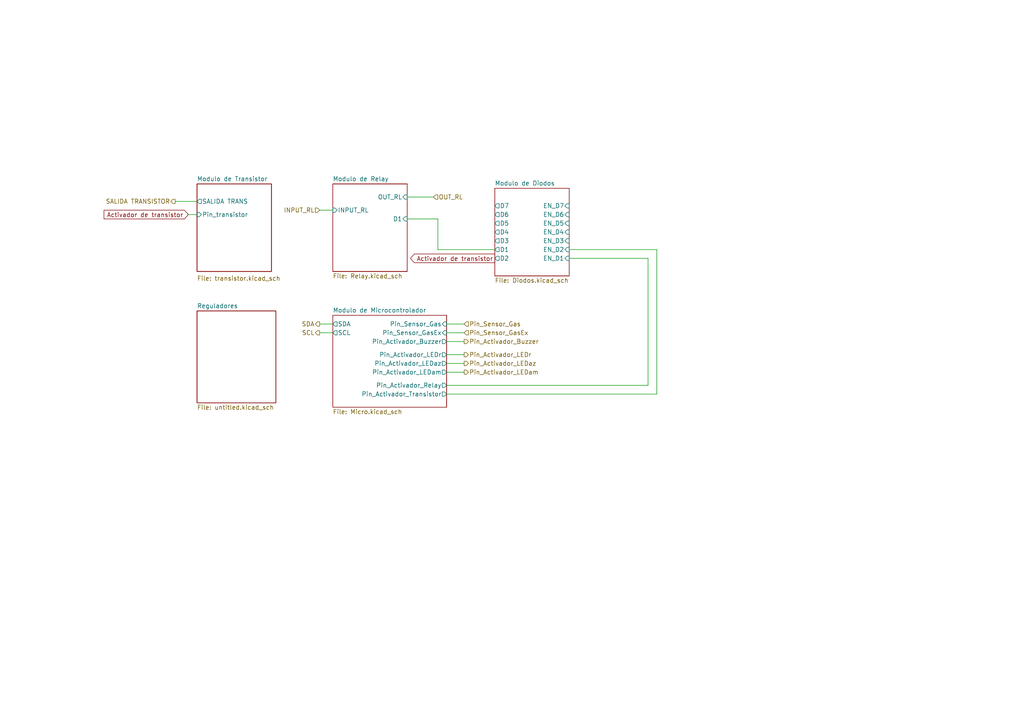
<source format=kicad_sch>
(kicad_sch (version 20230121) (generator eeschema)
  (paper "A4")
  (lib_symbols)
  (wire (pts (xy 129.54 93.98) (xy 134.62 93.98)))
  (wire (pts (xy 50.8 58.42) (xy 57.15 58.42)))
  (wire (pts (xy 190.5 72.39) (xy 165.1 72.39)))
  (wire (pts (xy 129.54 96.52) (xy 134.62 96.52)))
  (wire (pts (xy 187.96 111.76) (xy 187.96 74.93)))
  (wire (pts (xy 129.54 107.95) (xy 134.62 107.95)))
  (wire (pts (xy 92.71 93.98) (xy 96.52 93.98)))
  (wire (pts (xy 129.54 105.41) (xy 134.62 105.41)))
  (wire (pts (xy 129.54 114.3) (xy 190.5 114.3)))
  (wire (pts (xy 54.61 62.23) (xy 57.15 62.23)))
  (wire (pts (xy 127 63.5) (xy 127 72.39)))
  (wire (pts (xy 129.54 102.87) (xy 134.62 102.87)))
  (wire (pts (xy 92.71 60.96) (xy 96.52 60.96)))
  (wire (pts (xy 129.54 111.76) (xy 187.96 111.76)))
  (wire (pts (xy 190.5 72.39) (xy 190.5 114.3)))
  (wire (pts (xy 127 72.39) (xy 143.51 72.39)))
  (wire (pts (xy 127 63.5) (xy 118.11 63.5)))
  (wire (pts (xy 92.71 96.52) (xy 96.52 96.52)))
  (wire (pts (xy 129.54 99.06) (xy 134.62 99.06)))
  (wire (pts (xy 187.96 74.93) (xy 165.1 74.93)))
  (wire (pts (xy 118.11 57.15) (xy 125.73 57.15)))
  (global_label "Activador de transistor" (shape output) (at 143.51 74.93 180) (property "Intersheetrefs" "${INTERSHEET_REFS}" (effects hide)))
  (global_label "Activador de transistor" (shape input) (at 54.61 62.23 180) (property "Intersheetrefs" "${INTERSHEET_REFS}" (effects hide)))
  (hierarchical_label "Pin_Sensor_GasEx" (shape input) (at 134.62 96.52 0))
  (hierarchical_label "Pin_Activador_Buzzer" (shape output) (at 134.62 99.06 0))
  (hierarchical_label "Pin_Activador_LEDaz" (shape output) (at 134.62 105.41 0))
  (hierarchical_label "SALIDA TRANSISTOR" (shape output) (at 50.8 58.42 180))
  (hierarchical_label "INPUT_RL" (shape input) (at 92.71 60.96 180))
  (hierarchical_label "SCL" (shape output) (at 92.71 96.52 180))
  (hierarchical_label "Pin_Sensor_Gas" (shape input) (at 134.62 93.98 0))
  (hierarchical_label "Pin_Activador_LEDr" (shape output) (at 134.62 102.87 0))
  (hierarchical_label "SDA" (shape output) (at 92.71 93.98 180))
  (hierarchical_label "Pin_Activador_LEDam" (shape output) (at 134.62 107.95 0))
  (hierarchical_label "OUT_RL" (shape input) (at 125.73 57.15 0))
  (sheet (at 96.52 53.34) (size 21.59 25.4) (stroke (width 0.1524))
    (property "Sheetname" "Modulo de Relay" (at 96.52 52.6284 0) (effects (justify left bottom)))
    (property "Sheetfile" "Relay.kicad_sch" (at 96.52 79.3246 0) (effects (justify left top)))
    (pin "OUT_RL" input (at 118.11 57.15 0))
    (pin "D1" input (at 118.11 63.5 0))
    (pin "INPUT_RL" input (at 96.52 60.96 180))
  )
  (sheet (at 96.52 91.44) (size 33.02 26.67) (stroke (width 0.1524))
    (property "Sheetname" "Modulo de Microcontrolador" (at 96.52 90.7284 0) (effects (justify left bottom)))
    (property "Sheetfile" "Micro.kicad_sch" (at 96.52 118.6946 0) (effects (justify left top)))
    (pin "Pin_Sensor_Gas" input (at 129.54 93.98 0))
    (pin "Pin_Activador_Buzzer" output (at 129.54 99.06 0))
    (pin "Pin_Activador_LEDr" output (at 129.54 102.87 0))
    (pin "Pin_Activador_Transistor" output (at 129.54 114.3 0))
    (pin "Pin_Activador_Relay" output (at 129.54 111.76 0))
    (pin "Pin_Sensor_GasEx" input (at 129.54 96.52 0))
    (pin "Pin_Activador_LEDaz" output (at 129.54 105.41 0))
    (pin "Pin_Activador_LEDam" output (at 129.54 107.95 0))
    (pin "SDA" output (at 96.52 93.98 180))
    (pin "SCL" output (at 96.52 96.52 180))
  )
  (sheet (at 57.15 53.34) (size 21.59 25.4) (stroke (width 0.1524))
    (property "Sheetname" "Modulo de Transistor" (at 57.15 52.6284 0) (effects (justify left bottom)))
    (property "Sheetfile" "transistor.kicad_sch" (at 57.15 80.01 0) (effects (justify left top)))
    (pin "SALIDA TRANS" output (at 57.15 58.42 180))
    (pin "Pin_transistor" input (at 57.15 62.23 180))
  )
  (sheet (at 143.51 54.61) (size 21.59 25.4) (stroke (width 0.1524))
    (property "Sheetname" "Modulo de Diodos" (at 143.51 53.8984 0) (effects (justify left bottom)))
    (property "Sheetfile" "Diodos.kicad_sch" (at 143.51 80.5946 0) (effects (justify left top)))
    (pin "D6" output (at 143.51 62.23 180))
    (pin "D7" output (at 143.51 59.69 180))
    (pin "D5" output (at 143.51 64.77 180))
    (pin "D4" output (at 143.51 67.31 180))
    (pin "D3" output (at 143.51 69.85 180))
    (pin "D1" output (at 143.51 72.39 180))
    (pin "D2" output (at 143.51 74.93 180))
    (pin "EN_D6" input (at 165.1 62.23 0))
    (pin "EN_D7" input (at 165.1 59.69 0))
    (pin "EN_D2" input (at 165.1 72.39 0))
    (pin "EN_D1" input (at 165.1 74.93 0))
    (pin "EN_D3" input (at 165.1 69.85 0))
    (pin "EN_D4" input (at 165.1 67.31 0))
    (pin "EN_D5" input (at 165.1 64.77 0))
  )
  (sheet (at 57.15 90.17) (size 22.86 26.67) (stroke (width 0.1524))
    (property "Sheetname" "Reguladores" (at 57.15 89.4584 0) (effects (justify left bottom)))
    (property "Sheetfile" "untitled.kicad_sch" (at 57.15 117.4246 0) (effects (justify left top)))
  )
)
</source>
